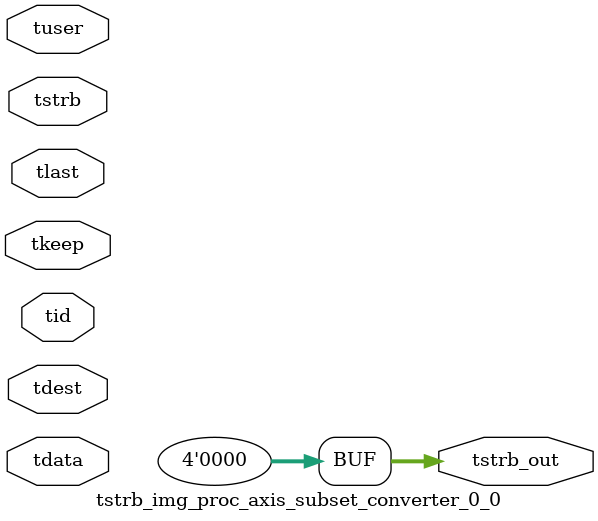
<source format=v>


`timescale 1ps/1ps

module tstrb_img_proc_axis_subset_converter_0_0 #
(
parameter C_S_AXIS_TDATA_WIDTH = 32,
parameter C_S_AXIS_TUSER_WIDTH = 0,
parameter C_S_AXIS_TID_WIDTH   = 0,
parameter C_S_AXIS_TDEST_WIDTH = 0,
parameter C_M_AXIS_TDATA_WIDTH = 32
)
(
input  [(C_S_AXIS_TDATA_WIDTH == 0 ? 1 : C_S_AXIS_TDATA_WIDTH)-1:0     ] tdata,
input  [(C_S_AXIS_TUSER_WIDTH == 0 ? 1 : C_S_AXIS_TUSER_WIDTH)-1:0     ] tuser,
input  [(C_S_AXIS_TID_WIDTH   == 0 ? 1 : C_S_AXIS_TID_WIDTH)-1:0       ] tid,
input  [(C_S_AXIS_TDEST_WIDTH == 0 ? 1 : C_S_AXIS_TDEST_WIDTH)-1:0     ] tdest,
input  [(C_S_AXIS_TDATA_WIDTH/8)-1:0 ] tkeep,
input  [(C_S_AXIS_TDATA_WIDTH/8)-1:0 ] tstrb,
input                                                                    tlast,
output [(C_M_AXIS_TDATA_WIDTH/8)-1:0 ] tstrb_out
);

assign tstrb_out = {1'b0};

endmodule


</source>
